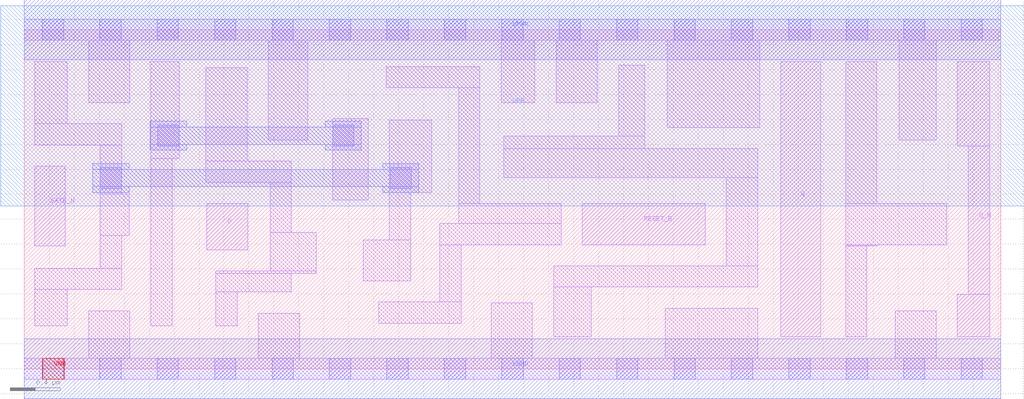
<source format=lef>
# Copyright 2020 The SkyWater PDK Authors
#
# Licensed under the Apache License, Version 2.0 (the "License");
# you may not use this file except in compliance with the License.
# You may obtain a copy of the License at
#
#     https://www.apache.org/licenses/LICENSE-2.0
#
# Unless required by applicable law or agreed to in writing, software
# distributed under the License is distributed on an "AS IS" BASIS,
# WITHOUT WARRANTIES OR CONDITIONS OF ANY KIND, either express or implied.
# See the License for the specific language governing permissions and
# limitations under the License.
#
# SPDX-License-Identifier: Apache-2.0

VERSION 5.7 ;
  NOWIREEXTENSIONATPIN ON ;
  DIVIDERCHAR "/" ;
  BUSBITCHARS "[]" ;
MACRO sky130_fd_sc_hd__dlrbn_1
  CLASS CORE ;
  FOREIGN sky130_fd_sc_hd__dlrbn_1 ;
  ORIGIN  0.000000  0.000000 ;
  SIZE  7.820000 BY  2.720000 ;
  SYMMETRY X Y R90 ;
  SITE unithd ;
  PIN D
    ANTENNAGATEAREA  0.159000 ;
    DIRECTION INPUT ;
    USE SIGNAL ;
    PORT
      LAYER li1 ;
        RECT 1.460000 0.955000 1.790000 1.325000 ;
    END
  END D
  PIN Q
    ANTENNADIFFAREA  0.429000 ;
    DIRECTION OUTPUT ;
    USE SIGNAL ;
    PORT
      LAYER li1 ;
        RECT 6.060000 0.255000 6.380000 2.465000 ;
    END
  END Q
  PIN Q_N
    ANTENNADIFFAREA  0.429000 ;
    DIRECTION OUTPUT ;
    USE SIGNAL ;
    PORT
      LAYER li1 ;
        RECT 7.475000 0.255000 7.735000 0.595000 ;
        RECT 7.475000 1.785000 7.735000 2.465000 ;
        RECT 7.560000 0.595000 7.735000 1.785000 ;
    END
  END Q_N
  PIN RESET_B
    ANTENNAGATEAREA  0.247500 ;
    DIRECTION INPUT ;
    USE SIGNAL ;
    PORT
      LAYER li1 ;
        RECT 4.470000 0.995000 5.455000 1.325000 ;
    END
  END RESET_B
  PIN VNB
    PORT
      LAYER pwell ;
        RECT 0.150000 -0.085000 0.320000 0.085000 ;
    END
  END VNB
  PIN VPB
    PORT
      LAYER nwell ;
        RECT -0.190000 1.305000 8.010000 2.910000 ;
    END
  END VPB
  PIN GATE_N
    ANTENNAGATEAREA  0.159000 ;
    DIRECTION INPUT ;
    USE CLOCK ;
    PORT
      LAYER li1 ;
        RECT 0.085000 0.985000 0.330000 1.625000 ;
    END
  END GATE_N
  PIN VGND
    DIRECTION INOUT ;
    SHAPE ABUTMENT ;
    USE GROUND ;
    PORT
      LAYER met1 ;
        RECT 0.000000 -0.240000 7.820000 0.240000 ;
    END
  END VGND
  PIN VPWR
    DIRECTION INOUT ;
    SHAPE ABUTMENT ;
    USE POWER ;
    PORT
      LAYER met1 ;
        RECT 0.000000 2.480000 7.820000 2.960000 ;
    END
  END VPWR
  OBS
    LAYER li1 ;
      RECT 0.000000 -0.085000 7.820000 0.085000 ;
      RECT 0.000000  2.635000 7.820000 2.805000 ;
      RECT 0.085000  0.345000 0.345000 0.635000 ;
      RECT 0.085000  0.635000 0.780000 0.805000 ;
      RECT 0.085000  1.795000 0.780000 1.965000 ;
      RECT 0.085000  1.965000 0.345000 2.465000 ;
      RECT 0.515000  0.085000 0.845000 0.465000 ;
      RECT 0.515000  2.135000 0.845000 2.635000 ;
      RECT 0.610000  0.805000 0.780000 1.070000 ;
      RECT 0.610000  1.070000 0.840000 1.400000 ;
      RECT 0.610000  1.400000 0.780000 1.795000 ;
      RECT 1.015000  0.345000 1.185000 1.685000 ;
      RECT 1.015000  1.685000 1.240000 2.465000 ;
      RECT 1.455000  1.495000 2.140000 1.665000 ;
      RECT 1.455000  1.665000 1.785000 2.415000 ;
      RECT 1.535000  0.345000 1.705000 0.615000 ;
      RECT 1.535000  0.615000 2.140000 0.765000 ;
      RECT 1.535000  0.765000 2.340000 0.785000 ;
      RECT 1.875000  0.085000 2.205000 0.445000 ;
      RECT 1.955000  1.835000 2.270000 2.635000 ;
      RECT 1.970000  0.785000 2.340000 1.095000 ;
      RECT 1.970000  1.095000 2.140000 1.495000 ;
      RECT 2.470000  1.355000 2.755000 2.005000 ;
      RECT 2.715000  0.705000 3.095000 1.035000 ;
      RECT 2.840000  0.365000 3.500000 0.535000 ;
      RECT 2.900000  2.255000 3.650000 2.425000 ;
      RECT 2.925000  1.035000 3.095000 1.415000 ;
      RECT 2.925000  1.415000 3.265000 1.995000 ;
      RECT 3.330000  0.535000 3.500000 0.995000 ;
      RECT 3.330000  0.995000 4.300000 1.165000 ;
      RECT 3.480000  1.165000 4.300000 1.325000 ;
      RECT 3.480000  1.325000 3.650000 2.255000 ;
      RECT 3.740000  0.085000 4.070000 0.530000 ;
      RECT 3.820000  2.135000 4.090000 2.635000 ;
      RECT 3.840000  1.535000 5.875000 1.765000 ;
      RECT 3.840000  1.765000 4.970000 1.865000 ;
      RECT 4.240000  0.255000 4.540000 0.655000 ;
      RECT 4.240000  0.655000 5.875000 0.825000 ;
      RECT 4.260000  2.135000 4.590000 2.635000 ;
      RECT 4.760000  1.865000 4.970000 2.435000 ;
      RECT 5.135000  0.085000 5.875000 0.485000 ;
      RECT 5.150000  1.935000 5.890000 2.635000 ;
      RECT 5.625000  0.825000 5.875000 1.535000 ;
      RECT 6.580000  0.255000 6.750000 0.985000 ;
      RECT 6.580000  0.985000 6.830000 0.995000 ;
      RECT 6.580000  0.995000 7.390000 1.325000 ;
      RECT 6.580000  1.325000 6.830000 2.465000 ;
      RECT 6.975000  0.085000 7.305000 0.465000 ;
      RECT 7.010000  1.835000 7.305000 2.635000 ;
    LAYER mcon ;
      RECT 0.145000 -0.085000 0.315000 0.085000 ;
      RECT 0.145000  2.635000 0.315000 2.805000 ;
      RECT 0.605000 -0.085000 0.775000 0.085000 ;
      RECT 0.605000  2.635000 0.775000 2.805000 ;
      RECT 0.610000  1.445000 0.780000 1.615000 ;
      RECT 1.065000 -0.085000 1.235000 0.085000 ;
      RECT 1.065000  2.635000 1.235000 2.805000 ;
      RECT 1.070000  1.785000 1.240000 1.955000 ;
      RECT 1.525000 -0.085000 1.695000 0.085000 ;
      RECT 1.525000  2.635000 1.695000 2.805000 ;
      RECT 1.985000 -0.085000 2.155000 0.085000 ;
      RECT 1.985000  2.635000 2.155000 2.805000 ;
      RECT 2.445000 -0.085000 2.615000 0.085000 ;
      RECT 2.445000  2.635000 2.615000 2.805000 ;
      RECT 2.470000  1.785000 2.640000 1.955000 ;
      RECT 2.905000 -0.085000 3.075000 0.085000 ;
      RECT 2.905000  2.635000 3.075000 2.805000 ;
      RECT 2.930000  1.445000 3.100000 1.615000 ;
      RECT 3.365000 -0.085000 3.535000 0.085000 ;
      RECT 3.365000  2.635000 3.535000 2.805000 ;
      RECT 3.825000 -0.085000 3.995000 0.085000 ;
      RECT 3.825000  2.635000 3.995000 2.805000 ;
      RECT 4.285000 -0.085000 4.455000 0.085000 ;
      RECT 4.285000  2.635000 4.455000 2.805000 ;
      RECT 4.745000 -0.085000 4.915000 0.085000 ;
      RECT 4.745000  2.635000 4.915000 2.805000 ;
      RECT 5.205000 -0.085000 5.375000 0.085000 ;
      RECT 5.205000  2.635000 5.375000 2.805000 ;
      RECT 5.665000 -0.085000 5.835000 0.085000 ;
      RECT 5.665000  2.635000 5.835000 2.805000 ;
      RECT 6.125000 -0.085000 6.295000 0.085000 ;
      RECT 6.125000  2.635000 6.295000 2.805000 ;
      RECT 6.585000 -0.085000 6.755000 0.085000 ;
      RECT 6.585000  2.635000 6.755000 2.805000 ;
      RECT 7.045000 -0.085000 7.215000 0.085000 ;
      RECT 7.045000  2.635000 7.215000 2.805000 ;
      RECT 7.505000 -0.085000 7.675000 0.085000 ;
      RECT 7.505000  2.635000 7.675000 2.805000 ;
    LAYER met1 ;
      RECT 0.550000 1.415000 0.840000 1.460000 ;
      RECT 0.550000 1.460000 3.160000 1.600000 ;
      RECT 0.550000 1.600000 0.840000 1.645000 ;
      RECT 1.010000 1.755000 1.300000 1.800000 ;
      RECT 1.010000 1.800000 2.700000 1.940000 ;
      RECT 1.010000 1.940000 1.300000 1.985000 ;
      RECT 2.410000 1.755000 2.700000 1.800000 ;
      RECT 2.410000 1.940000 2.700000 1.985000 ;
      RECT 2.870000 1.415000 3.160000 1.460000 ;
      RECT 2.870000 1.600000 3.160000 1.645000 ;
  END
END sky130_fd_sc_hd__dlrbn_1
END LIBRARY

</source>
